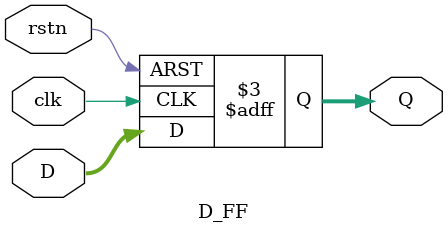
<source format=v>
module D_FF #(parameter WIDTH = 4)(
    input clk, rstn,
    input [WIDTH - 1 : 0] D,
    output reg [WIDTH - 1 : 0] Q
);

    always @(posedge clk, negedge rstn) begin
        if (!rstn)
            Q <= 0;
        else
            Q <= D;
    end
endmodule
</source>
